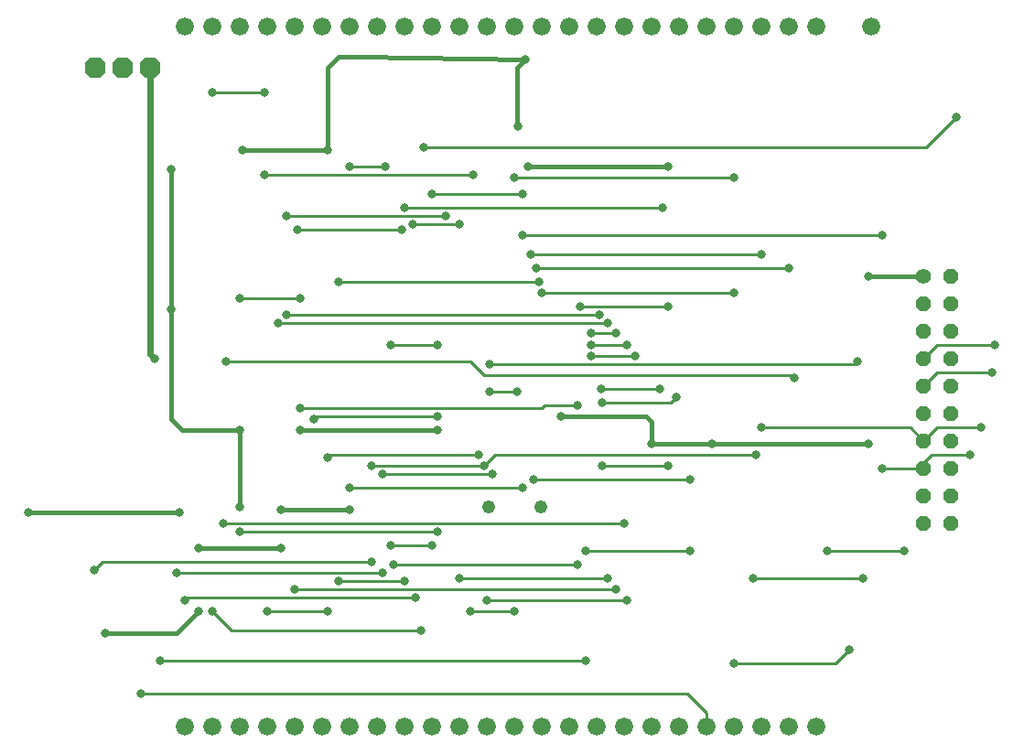
<source format=gbl>
G75*
G70*
%OFA0B0*%
%FSLAX24Y24*%
%IPPOS*%
%LPD*%
%AMOC8*
5,1,8,0,0,1.08239X$1,22.5*
%
%ADD10C,0.0485*%
%ADD11OC8,0.0760*%
%ADD12C,0.0559*%
%ADD13OC8,0.0559*%
%ADD14C,0.0660*%
%ADD15C,0.0160*%
%ADD16C,0.0100*%
%ADD17C,0.0323*%
%ADD18C,0.0240*%
D10*
X019150Y009559D03*
X021050Y009559D03*
D11*
X006813Y025578D03*
X005813Y025578D03*
X004813Y025578D03*
D12*
X035000Y017966D03*
D13*
X036000Y017966D03*
X036000Y016966D03*
X035000Y016966D03*
X035000Y015966D03*
X036000Y015966D03*
X036000Y014966D03*
X035000Y014966D03*
X035000Y013966D03*
X036000Y013966D03*
X036000Y012966D03*
X035000Y012966D03*
X035000Y011966D03*
X036000Y011966D03*
X036000Y010966D03*
X035000Y010966D03*
X035000Y009966D03*
X036000Y009966D03*
X036000Y008966D03*
X035000Y008966D03*
D14*
X031100Y001550D03*
X030100Y001550D03*
X029100Y001550D03*
X028100Y001550D03*
X027100Y001550D03*
X026100Y001550D03*
X025100Y001550D03*
X024100Y001550D03*
X023100Y001550D03*
X022100Y001550D03*
X021100Y001550D03*
X020100Y001550D03*
X019100Y001550D03*
X018100Y001550D03*
X017100Y001550D03*
X016100Y001550D03*
X015100Y001550D03*
X014100Y001550D03*
X013100Y001550D03*
X012100Y001550D03*
X011100Y001550D03*
X010100Y001550D03*
X009100Y001550D03*
X008100Y001550D03*
X008100Y027050D03*
X009100Y027050D03*
X010100Y027050D03*
X011100Y027050D03*
X012100Y027050D03*
X013100Y027050D03*
X014100Y027050D03*
X015100Y027050D03*
X016100Y027050D03*
X017100Y027050D03*
X018100Y027050D03*
X019100Y027050D03*
X020100Y027050D03*
X021100Y027050D03*
X022100Y027050D03*
X023100Y027050D03*
X024100Y027050D03*
X025100Y027050D03*
X026100Y027050D03*
X027100Y027050D03*
X028100Y027050D03*
X029100Y027050D03*
X030100Y027050D03*
X031100Y027050D03*
X033100Y027066D03*
D15*
X025700Y021950D02*
X020600Y021950D01*
X020226Y023424D02*
X020200Y023550D01*
X020200Y025550D01*
X020500Y025850D01*
X014500Y025950D01*
X013700Y025950D01*
X013300Y025550D01*
X013300Y022550D01*
X010200Y022550D01*
X007600Y021850D02*
X007600Y016750D01*
X007600Y012750D01*
X008000Y012350D01*
X010100Y012350D01*
X010100Y009550D01*
X011600Y009450D02*
X014100Y009450D01*
X011600Y008050D02*
X008600Y008050D01*
X007900Y009350D02*
X002400Y009350D01*
X005200Y004950D02*
X007800Y004950D01*
X008600Y005750D01*
X012300Y012350D02*
X017300Y012350D01*
X021800Y012850D02*
X024900Y012850D01*
X025100Y012650D01*
X025100Y011850D01*
X027300Y011850D01*
X033000Y011850D01*
X033000Y017950D02*
X034984Y017950D01*
X035000Y017966D01*
D16*
X033500Y019450D02*
X020400Y019450D01*
X020700Y018750D02*
X029100Y018750D01*
X030100Y018250D02*
X020900Y018250D01*
X021000Y017750D02*
X013700Y017750D01*
X012300Y017150D02*
X010100Y017150D01*
X011500Y016250D02*
X023500Y016250D01*
X023200Y016550D02*
X011800Y016550D01*
X009600Y014850D02*
X018500Y014850D01*
X019000Y014350D01*
X030200Y014350D01*
X030300Y014250D01*
X032500Y014750D02*
X032600Y014850D01*
X032500Y014750D02*
X019200Y014750D01*
X019200Y013750D02*
X020200Y013750D01*
X021098Y013150D02*
X021198Y013250D01*
X022400Y013250D01*
X023300Y013350D02*
X025800Y013350D01*
X026000Y013550D01*
X025400Y013850D02*
X023240Y013850D01*
X022880Y015050D02*
X024500Y015050D01*
X024200Y015470D02*
X022880Y015470D01*
X022880Y015890D02*
X023800Y015890D01*
X022500Y016850D02*
X025700Y016850D01*
X028100Y017350D02*
X021100Y017350D01*
X018100Y019850D02*
X016400Y019850D01*
X016000Y019650D02*
X012200Y019650D01*
X011800Y020150D02*
X017600Y020150D01*
X017100Y020950D02*
X020400Y020950D01*
X020100Y021550D02*
X028100Y021550D01*
X025500Y020450D02*
X016100Y020450D01*
X015400Y021950D02*
X014100Y021950D01*
X016800Y022650D02*
X035100Y022650D01*
X036200Y023750D01*
X035484Y015450D02*
X035000Y014966D01*
X035484Y015450D02*
X037600Y015450D01*
X037500Y014450D02*
X035484Y014450D01*
X035000Y013966D01*
X034516Y012450D02*
X035000Y011966D01*
X035484Y012450D01*
X037100Y012450D01*
X036700Y011450D02*
X035300Y011450D01*
X035000Y011150D01*
X035000Y010966D01*
X034984Y010950D01*
X033500Y010950D01*
X034516Y012450D02*
X029100Y012450D01*
X028900Y011450D02*
X019400Y011450D01*
X019000Y011050D01*
X014900Y011050D01*
X015300Y010750D02*
X019300Y010750D01*
X018800Y011450D02*
X013400Y011450D01*
X013300Y011350D01*
X014100Y010250D02*
X020400Y010250D01*
X020800Y010550D02*
X026500Y010550D01*
X025700Y011050D02*
X023300Y011050D01*
X024100Y008950D02*
X009500Y008950D01*
X010100Y008650D02*
X017300Y008650D01*
X017100Y008150D02*
X015600Y008150D01*
X014900Y007550D02*
X005100Y007550D01*
X004800Y007250D01*
X007800Y007150D02*
X015300Y007150D01*
X015700Y007450D02*
X022400Y007450D01*
X022700Y007950D02*
X026500Y007950D01*
X028800Y006950D02*
X032800Y006950D01*
X031500Y007950D02*
X034300Y007950D01*
X032300Y004350D02*
X031800Y003850D01*
X028100Y003850D01*
X026400Y002750D02*
X027100Y002050D01*
X027100Y001550D01*
X026400Y002750D02*
X006500Y002750D01*
X007200Y003950D02*
X022700Y003950D01*
X024200Y006150D02*
X019100Y006150D01*
X018500Y005750D02*
X020100Y005750D01*
X018100Y006950D02*
X023500Y006950D01*
X023800Y006550D02*
X012100Y006550D01*
X011100Y005750D02*
X013300Y005750D01*
X013700Y006850D02*
X016100Y006850D01*
X016500Y006250D02*
X008200Y006250D01*
X008100Y006150D01*
X009100Y005750D02*
X009800Y005050D01*
X016700Y005050D01*
X017300Y012850D02*
X012900Y012850D01*
X012800Y012750D01*
X012300Y013150D02*
X021098Y013150D01*
X017300Y015450D02*
X015600Y015450D01*
X018600Y021650D02*
X011000Y021650D01*
X011000Y024650D02*
X009100Y024650D01*
D17*
X006500Y002750D03*
X007200Y003950D03*
X005200Y004950D03*
X007800Y007150D03*
X008100Y006150D03*
X008600Y005750D03*
X009100Y005750D03*
X011100Y005750D03*
X012100Y006550D03*
X013300Y005750D03*
X013700Y006850D03*
X014900Y007550D03*
X015300Y007150D03*
X015700Y007450D03*
X016100Y006850D03*
X016500Y006250D03*
X016700Y005050D03*
X018500Y005750D03*
X019100Y006150D03*
X020100Y005750D03*
X018100Y006950D03*
X017100Y008150D03*
X017300Y008650D03*
X015600Y008150D03*
X014100Y009450D03*
X014100Y010250D03*
X014900Y011050D03*
X015300Y010750D03*
X013300Y011350D03*
X012300Y012350D03*
X012800Y012750D03*
X012300Y013150D03*
X010100Y012350D03*
X009600Y014850D03*
X011500Y016250D03*
X011800Y016550D03*
X012300Y017150D03*
X013700Y017750D03*
X012200Y019650D03*
X011800Y020150D03*
X011000Y021650D03*
X010200Y022550D03*
X011000Y024650D03*
X009100Y024650D03*
X007600Y021850D03*
X013300Y022550D03*
X014100Y021950D03*
X015400Y021950D03*
X016800Y022650D03*
X017100Y020950D03*
X016100Y020450D03*
X016400Y019850D03*
X016000Y019650D03*
X017600Y020150D03*
X018100Y019850D03*
X018600Y021650D03*
X020100Y021550D03*
X020600Y021950D03*
X020400Y020950D03*
X020400Y019450D03*
X020700Y018750D03*
X020900Y018250D03*
X021000Y017750D03*
X021100Y017350D03*
X022500Y016850D03*
X023200Y016550D03*
X023500Y016250D03*
X023800Y015890D03*
X024200Y015470D03*
X024500Y015050D03*
X025400Y013850D03*
X026000Y013550D03*
X025100Y011850D03*
X025700Y011050D03*
X026500Y010550D03*
X027300Y011850D03*
X028900Y011450D03*
X029100Y012450D03*
X030300Y014250D03*
X032600Y014850D03*
X033000Y011850D03*
X033500Y010950D03*
X036700Y011450D03*
X037100Y012450D03*
X037500Y014450D03*
X037600Y015450D03*
X033000Y017950D03*
X033500Y019450D03*
X030100Y018250D03*
X029100Y018750D03*
X028100Y017350D03*
X025700Y016850D03*
X022880Y015890D03*
X022880Y015470D03*
X022880Y015050D03*
X023240Y013850D03*
X023300Y013350D03*
X022400Y013250D03*
X021800Y012850D03*
X020200Y013750D03*
X019200Y013750D03*
X019200Y014750D03*
X017300Y015450D03*
X015600Y015450D03*
X017300Y012850D03*
X017300Y012350D03*
X018800Y011450D03*
X019000Y011050D03*
X019300Y010750D03*
X020400Y010250D03*
X020800Y010550D03*
X023300Y011050D03*
X024100Y008950D03*
X022700Y007950D03*
X022400Y007450D03*
X023500Y006950D03*
X023800Y006550D03*
X024200Y006150D03*
X026500Y007950D03*
X028800Y006950D03*
X031500Y007950D03*
X032800Y006950D03*
X034300Y007950D03*
X032300Y004350D03*
X028100Y003850D03*
X022700Y003950D03*
X011600Y008050D03*
X010100Y008650D03*
X009500Y008950D03*
X010100Y009550D03*
X011600Y009450D03*
X008600Y008050D03*
X007900Y009350D03*
X004800Y007250D03*
X002400Y009350D03*
X007000Y014950D03*
X007600Y016750D03*
X010100Y017150D03*
X020226Y023424D03*
X020500Y025850D03*
X025700Y021950D03*
X025500Y020450D03*
X028100Y021550D03*
X036200Y023750D03*
D18*
X007000Y014950D02*
X006813Y015137D01*
X006813Y025578D01*
M02*

</source>
